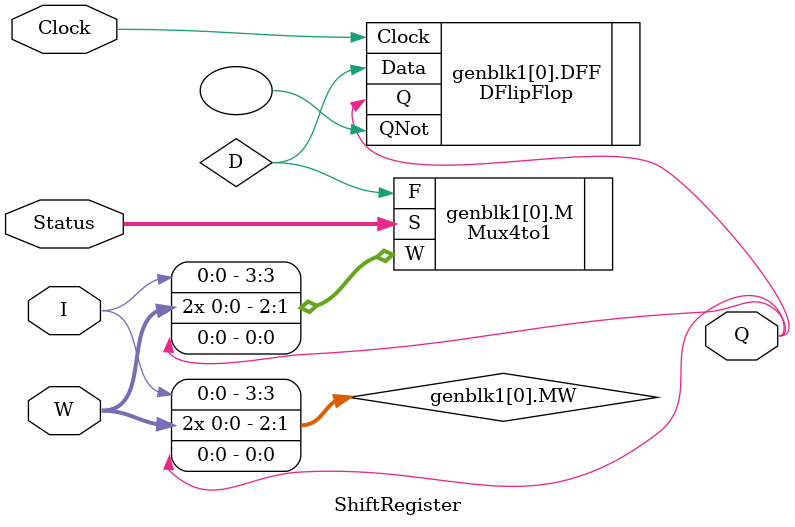
<source format=v>
`include "../Multiplexer/Mux4to1.v"
`include "../DFlipFlop/DFlipFlop.v"

module ShiftRegister (I, Status, W, Clock, Q);
	parameter n = 1;
	input wire [n-1:0] I;
	input wire [1:0] Status;
	input wire W, Clock;
	output wire [n-1:0] Q;
	wire [n-1:0] D;
	
	genvar i;
	generate for (i=0; i<n ; i=i+1) begin 
			wire [3:0] MW;
			assign MW[0] = Q[i];
			assign MW[1] = i == 0 ? W : Q[i-1];
			assign MW[2] = i == n-1 ? W : Q[i+1];
			assign MW[3] = I[i];
			Mux4to1 M ( .W(MW), .S(Status), .F(D[i]));
			DFlipFlop DFF ( .Data(D[i]), .Clock(Clock), .Q(Q[i]), .QNot());
		end
	endgenerate
endmodule
</source>
